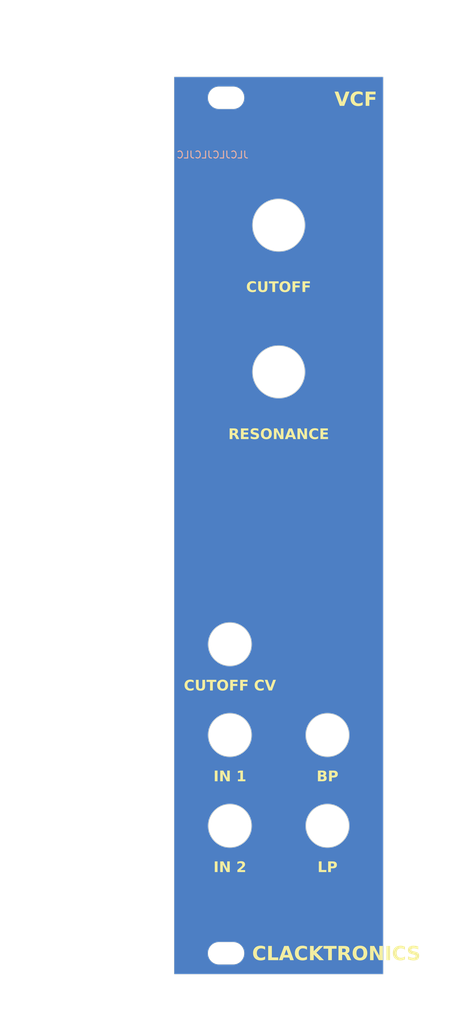
<source format=kicad_pcb>
(kicad_pcb (version 20221018) (generator pcbnew)
  (layers (0 "F.Cu" signal) (31 "B.Cu" signal) (34 "B.Paste" user) (35 "F.Paste" user) (36 "B.SilkS" user "B.Silkscreen") (37 "F.SilkS" user "F.Silkscreen") (38 "B.Mask" user) (39 "F.Mask" user) (44 "Edge.Cuts" user))
  (net 0 "")
  (gr_line (start 122.45 31.35) (end 124.45 31.35) (stroke (width 0.05)) (layer "Edge.Cuts"))
  (gr_circle (center 138 121) (end 141.1 121) (stroke (width 0.1)) (fill none) (layer "Edge.Cuts"))
  (gr_circle (center 124 121) (end 127.1 121) (stroke (width 0.1)) (fill none) (layer "Edge.Cuts"))
  (gr_arc (start 124.45 150.65) (mid 126.05 152.25) (end 124.45 153.85) (stroke (width 0.05)) (layer "Edge.Cuts"))
  (gr_circle (center 138 134) (end 141.1 134) (stroke (width 0.1)) (fill none) (layer "Edge.Cuts"))
  (gr_line (start 124.45 150.65) (end 122.45 150.65) (stroke (width 0.05)) (layer "Edge.Cuts"))
  (gr_arc (start 122.45 31.35) (mid 120.85 29.75) (end 122.45 28.15) (stroke (width 0.05)) (layer "Edge.Cuts"))
  (gr_arc (start 124.45 28.15) (mid 126.05 29.75) (end 124.45 31.35) (stroke (width 0.05)) (layer "Edge.Cuts"))
  (gr_line (start 116 26.75) (end 146 26.75) (stroke (width 0.05)) (layer "Edge.Cuts"))
  (gr_line (start 146 155.25) (end 116 155.25) (stroke (width 0.05)) (layer "Edge.Cuts"))
  (gr_line (start 116 155.25) (end 116 26.75) (stroke (width 0.05)) (layer "Edge.Cuts"))
  (gr_line (start 122.45 153.85) (end 124.45 153.85) (stroke (width 0.05)) (layer "Edge.Cuts"))
  (gr_line (start 124.45 28.15) (end 122.45 28.15) (stroke (width 0.05)) (layer "Edge.Cuts"))
  (gr_line (start 146 26.75) (end 146 155.25) (stroke (width 0.05)) (layer "Edge.Cuts"))
  (gr_circle (center 131 69) (end 134.75 69) (stroke (width 0.1)) (fill none) (layer "Edge.Cuts"))
  (gr_arc (start 122.45 153.85) (mid 120.85 152.25) (end 122.45 150.65) (stroke (width 0.05)) (layer "Edge.Cuts"))
  (gr_circle (center 131 48) (end 134.75 48) (stroke (width 0.1)) (fill none) (layer "Edge.Cuts"))
  (gr_circle (center 124 108) (end 127.1 108) (stroke (width 0.1)) (fill none) (layer "Edge.Cuts"))
  (gr_circle (center 124 134) (end 127.1 134) (stroke (width 0.1)) (fill none) (layer "Edge.Cuts"))
  (gr_text "JLCJLCJLCJLC" (at 126.75 38.5) (layer "B.SilkS") (effects (font (size 1 1)) (justify left bottom mirror)))
  (gr_text "LP" (at 138 140) (layer "F.SilkS") (effects (font (size 1.5 1.5))))
  (gr_text "IN 2" (at 124 140) (layer "F.SilkS") (effects (font (size 1.5 1.5))))
  (gr_text "CUTOFF CV" (at 124 114) (layer "F.SilkS") (effects (font (size 1.5 1.5))))
  (gr_text "BP" (at 138 127) (layer "F.SilkS") (effects (font (size 1.5 1.5))))
  (gr_text "CUTOFF" (at 130.99 56.94) (layer "F.SilkS") (effects (font (size 1.5 1.5))))
  (gr_text "CLACKTRONICS" (at 127.18 153.58) (layer "F.SilkS") (effects (font (size 2 2) (thickness 0.2) bold) (justify left bottom)))
  (gr_text "RESONANCE" (at 131 78) (layer "F.SilkS") (effects (font (size 1.5 1.5))))
  (gr_text "VCF" (at 139 31.25) (layer "F.SilkS") (effects (font (size 2 2)) (justify left bottom)))
  (gr_text "IN 1" (at 124 127) (layer "F.SilkS") (effects (font (size 1.5 1.5))))
  (zone (net 0) (net_name "") (layer "B.Cu") (connect_pads (clearance 0.508)) (min_thickness 0.25) (fill yes (thermal_gap 0.5) (thermal_bridge_width 0.5) (island_removal_mode 1) (island_area_min 10))
    (polygon (pts (xy 115 26) (xy 115.5 155.5) (xy 146.5 155.5) (xy 146.5 26)))
  )
)
</source>
